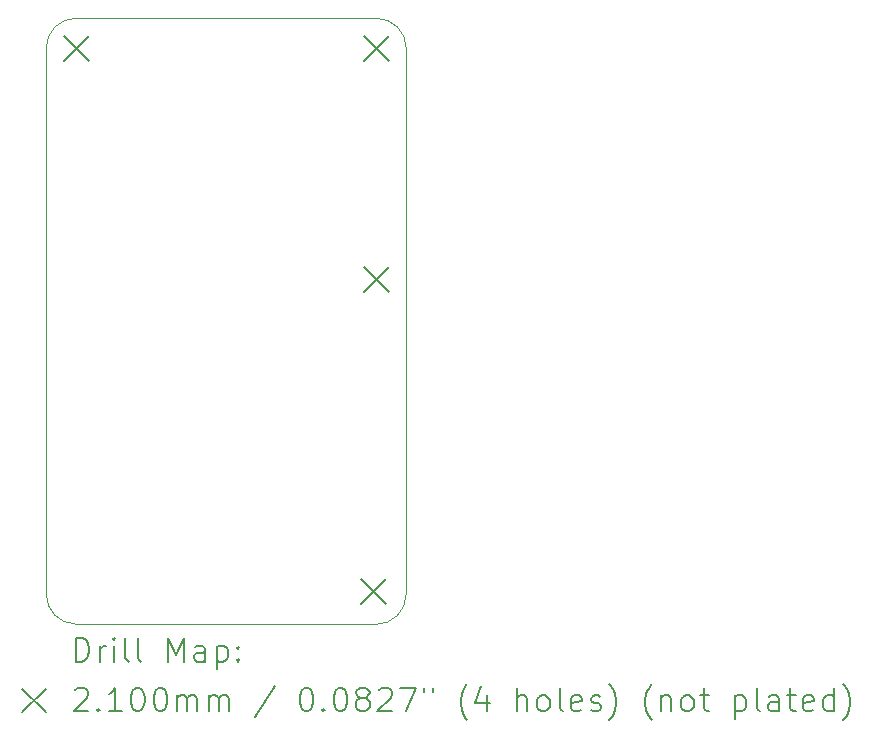
<source format=gbr>
%FSLAX45Y45*%
G04 Gerber Fmt 4.5, Leading zero omitted, Abs format (unit mm)*
G04 Created by KiCad (PCBNEW (6.0.0)) date 2022-02-23 23:53:31*
%MOMM*%
%LPD*%
G01*
G04 APERTURE LIST*
%TA.AperFunction,Profile*%
%ADD10C,0.100000*%
%TD*%
%ADD11C,0.200000*%
%ADD12C,0.210000*%
G04 APERTURE END LIST*
D10*
X17221200Y-14122400D02*
G75*
G03*
X16967200Y-13868400I-254000J0D01*
G01*
X14427200Y-18999200D02*
X16967200Y-19001005D01*
X14427200Y-13868400D02*
G75*
G03*
X14173200Y-14122400I0J-254000D01*
G01*
X17221200Y-18745200D02*
X17221200Y-14122400D01*
X16967200Y-19001005D02*
G75*
G03*
X17221200Y-18747005I0J254000D01*
G01*
X14173200Y-14122400D02*
X14173200Y-18745200D01*
X16967200Y-13868400D02*
X14427200Y-13868400D01*
X14173200Y-18745200D02*
G75*
G03*
X14427200Y-18999200I254000J0D01*
G01*
D11*
D12*
X14322200Y-14017400D02*
X14532200Y-14227400D01*
X14532200Y-14017400D02*
X14322200Y-14227400D01*
X16836800Y-18614800D02*
X17046800Y-18824800D01*
X17046800Y-18614800D02*
X16836800Y-18824800D01*
X16862200Y-14017400D02*
X17072200Y-14227400D01*
X17072200Y-14017400D02*
X16862200Y-14227400D01*
X16862200Y-15973200D02*
X17072200Y-16183200D01*
X17072200Y-15973200D02*
X16862200Y-16183200D01*
D11*
X14425819Y-19316481D02*
X14425819Y-19116481D01*
X14473438Y-19116481D01*
X14502009Y-19126005D01*
X14521057Y-19145053D01*
X14530581Y-19164100D01*
X14540105Y-19202196D01*
X14540105Y-19230767D01*
X14530581Y-19268862D01*
X14521057Y-19287910D01*
X14502009Y-19306957D01*
X14473438Y-19316481D01*
X14425819Y-19316481D01*
X14625819Y-19316481D02*
X14625819Y-19183148D01*
X14625819Y-19221243D02*
X14635343Y-19202196D01*
X14644867Y-19192672D01*
X14663914Y-19183148D01*
X14682962Y-19183148D01*
X14749628Y-19316481D02*
X14749628Y-19183148D01*
X14749628Y-19116481D02*
X14740105Y-19126005D01*
X14749628Y-19135529D01*
X14759152Y-19126005D01*
X14749628Y-19116481D01*
X14749628Y-19135529D01*
X14873438Y-19316481D02*
X14854390Y-19306957D01*
X14844867Y-19287910D01*
X14844867Y-19116481D01*
X14978200Y-19316481D02*
X14959152Y-19306957D01*
X14949628Y-19287910D01*
X14949628Y-19116481D01*
X15206771Y-19316481D02*
X15206771Y-19116481D01*
X15273438Y-19259338D01*
X15340105Y-19116481D01*
X15340105Y-19316481D01*
X15521057Y-19316481D02*
X15521057Y-19211719D01*
X15511533Y-19192672D01*
X15492486Y-19183148D01*
X15454390Y-19183148D01*
X15435343Y-19192672D01*
X15521057Y-19306957D02*
X15502009Y-19316481D01*
X15454390Y-19316481D01*
X15435343Y-19306957D01*
X15425819Y-19287910D01*
X15425819Y-19268862D01*
X15435343Y-19249815D01*
X15454390Y-19240291D01*
X15502009Y-19240291D01*
X15521057Y-19230767D01*
X15616295Y-19183148D02*
X15616295Y-19383148D01*
X15616295Y-19192672D02*
X15635343Y-19183148D01*
X15673438Y-19183148D01*
X15692486Y-19192672D01*
X15702009Y-19202196D01*
X15711533Y-19221243D01*
X15711533Y-19278386D01*
X15702009Y-19297434D01*
X15692486Y-19306957D01*
X15673438Y-19316481D01*
X15635343Y-19316481D01*
X15616295Y-19306957D01*
X15797248Y-19297434D02*
X15806771Y-19306957D01*
X15797248Y-19316481D01*
X15787724Y-19306957D01*
X15797248Y-19297434D01*
X15797248Y-19316481D01*
X15797248Y-19192672D02*
X15806771Y-19202196D01*
X15797248Y-19211719D01*
X15787724Y-19202196D01*
X15797248Y-19192672D01*
X15797248Y-19211719D01*
X13968200Y-19546005D02*
X14168200Y-19746005D01*
X14168200Y-19546005D02*
X13968200Y-19746005D01*
X14416295Y-19555529D02*
X14425819Y-19546005D01*
X14444867Y-19536481D01*
X14492486Y-19536481D01*
X14511533Y-19546005D01*
X14521057Y-19555529D01*
X14530581Y-19574577D01*
X14530581Y-19593624D01*
X14521057Y-19622196D01*
X14406771Y-19736481D01*
X14530581Y-19736481D01*
X14616295Y-19717434D02*
X14625819Y-19726957D01*
X14616295Y-19736481D01*
X14606771Y-19726957D01*
X14616295Y-19717434D01*
X14616295Y-19736481D01*
X14816295Y-19736481D02*
X14702009Y-19736481D01*
X14759152Y-19736481D02*
X14759152Y-19536481D01*
X14740105Y-19565053D01*
X14721057Y-19584100D01*
X14702009Y-19593624D01*
X14940105Y-19536481D02*
X14959152Y-19536481D01*
X14978200Y-19546005D01*
X14987724Y-19555529D01*
X14997248Y-19574577D01*
X15006771Y-19612672D01*
X15006771Y-19660291D01*
X14997248Y-19698386D01*
X14987724Y-19717434D01*
X14978200Y-19726957D01*
X14959152Y-19736481D01*
X14940105Y-19736481D01*
X14921057Y-19726957D01*
X14911533Y-19717434D01*
X14902009Y-19698386D01*
X14892486Y-19660291D01*
X14892486Y-19612672D01*
X14902009Y-19574577D01*
X14911533Y-19555529D01*
X14921057Y-19546005D01*
X14940105Y-19536481D01*
X15130581Y-19536481D02*
X15149628Y-19536481D01*
X15168676Y-19546005D01*
X15178200Y-19555529D01*
X15187724Y-19574577D01*
X15197248Y-19612672D01*
X15197248Y-19660291D01*
X15187724Y-19698386D01*
X15178200Y-19717434D01*
X15168676Y-19726957D01*
X15149628Y-19736481D01*
X15130581Y-19736481D01*
X15111533Y-19726957D01*
X15102009Y-19717434D01*
X15092486Y-19698386D01*
X15082962Y-19660291D01*
X15082962Y-19612672D01*
X15092486Y-19574577D01*
X15102009Y-19555529D01*
X15111533Y-19546005D01*
X15130581Y-19536481D01*
X15282962Y-19736481D02*
X15282962Y-19603148D01*
X15282962Y-19622196D02*
X15292486Y-19612672D01*
X15311533Y-19603148D01*
X15340105Y-19603148D01*
X15359152Y-19612672D01*
X15368676Y-19631719D01*
X15368676Y-19736481D01*
X15368676Y-19631719D02*
X15378200Y-19612672D01*
X15397248Y-19603148D01*
X15425819Y-19603148D01*
X15444867Y-19612672D01*
X15454390Y-19631719D01*
X15454390Y-19736481D01*
X15549628Y-19736481D02*
X15549628Y-19603148D01*
X15549628Y-19622196D02*
X15559152Y-19612672D01*
X15578200Y-19603148D01*
X15606771Y-19603148D01*
X15625819Y-19612672D01*
X15635343Y-19631719D01*
X15635343Y-19736481D01*
X15635343Y-19631719D02*
X15644867Y-19612672D01*
X15663914Y-19603148D01*
X15692486Y-19603148D01*
X15711533Y-19612672D01*
X15721057Y-19631719D01*
X15721057Y-19736481D01*
X16111533Y-19526957D02*
X15940105Y-19784100D01*
X16368676Y-19536481D02*
X16387724Y-19536481D01*
X16406771Y-19546005D01*
X16416295Y-19555529D01*
X16425819Y-19574577D01*
X16435343Y-19612672D01*
X16435343Y-19660291D01*
X16425819Y-19698386D01*
X16416295Y-19717434D01*
X16406771Y-19726957D01*
X16387724Y-19736481D01*
X16368676Y-19736481D01*
X16349628Y-19726957D01*
X16340105Y-19717434D01*
X16330581Y-19698386D01*
X16321057Y-19660291D01*
X16321057Y-19612672D01*
X16330581Y-19574577D01*
X16340105Y-19555529D01*
X16349628Y-19546005D01*
X16368676Y-19536481D01*
X16521057Y-19717434D02*
X16530581Y-19726957D01*
X16521057Y-19736481D01*
X16511533Y-19726957D01*
X16521057Y-19717434D01*
X16521057Y-19736481D01*
X16654390Y-19536481D02*
X16673438Y-19536481D01*
X16692486Y-19546005D01*
X16702009Y-19555529D01*
X16711533Y-19574577D01*
X16721057Y-19612672D01*
X16721057Y-19660291D01*
X16711533Y-19698386D01*
X16702009Y-19717434D01*
X16692486Y-19726957D01*
X16673438Y-19736481D01*
X16654390Y-19736481D01*
X16635343Y-19726957D01*
X16625819Y-19717434D01*
X16616295Y-19698386D01*
X16606771Y-19660291D01*
X16606771Y-19612672D01*
X16616295Y-19574577D01*
X16625819Y-19555529D01*
X16635343Y-19546005D01*
X16654390Y-19536481D01*
X16835343Y-19622196D02*
X16816295Y-19612672D01*
X16806771Y-19603148D01*
X16797248Y-19584100D01*
X16797248Y-19574577D01*
X16806771Y-19555529D01*
X16816295Y-19546005D01*
X16835343Y-19536481D01*
X16873438Y-19536481D01*
X16892486Y-19546005D01*
X16902010Y-19555529D01*
X16911533Y-19574577D01*
X16911533Y-19584100D01*
X16902010Y-19603148D01*
X16892486Y-19612672D01*
X16873438Y-19622196D01*
X16835343Y-19622196D01*
X16816295Y-19631719D01*
X16806771Y-19641243D01*
X16797248Y-19660291D01*
X16797248Y-19698386D01*
X16806771Y-19717434D01*
X16816295Y-19726957D01*
X16835343Y-19736481D01*
X16873438Y-19736481D01*
X16892486Y-19726957D01*
X16902010Y-19717434D01*
X16911533Y-19698386D01*
X16911533Y-19660291D01*
X16902010Y-19641243D01*
X16892486Y-19631719D01*
X16873438Y-19622196D01*
X16987724Y-19555529D02*
X16997248Y-19546005D01*
X17016295Y-19536481D01*
X17063914Y-19536481D01*
X17082962Y-19546005D01*
X17092486Y-19555529D01*
X17102010Y-19574577D01*
X17102010Y-19593624D01*
X17092486Y-19622196D01*
X16978200Y-19736481D01*
X17102010Y-19736481D01*
X17168676Y-19536481D02*
X17302010Y-19536481D01*
X17216295Y-19736481D01*
X17368676Y-19536481D02*
X17368676Y-19574577D01*
X17444867Y-19536481D02*
X17444867Y-19574577D01*
X17740105Y-19812672D02*
X17730581Y-19803148D01*
X17711533Y-19774577D01*
X17702010Y-19755529D01*
X17692486Y-19726957D01*
X17682962Y-19679338D01*
X17682962Y-19641243D01*
X17692486Y-19593624D01*
X17702010Y-19565053D01*
X17711533Y-19546005D01*
X17730581Y-19517434D01*
X17740105Y-19507910D01*
X17902010Y-19603148D02*
X17902010Y-19736481D01*
X17854390Y-19526957D02*
X17806771Y-19669815D01*
X17930581Y-19669815D01*
X18159152Y-19736481D02*
X18159152Y-19536481D01*
X18244867Y-19736481D02*
X18244867Y-19631719D01*
X18235343Y-19612672D01*
X18216295Y-19603148D01*
X18187724Y-19603148D01*
X18168676Y-19612672D01*
X18159152Y-19622196D01*
X18368676Y-19736481D02*
X18349629Y-19726957D01*
X18340105Y-19717434D01*
X18330581Y-19698386D01*
X18330581Y-19641243D01*
X18340105Y-19622196D01*
X18349629Y-19612672D01*
X18368676Y-19603148D01*
X18397248Y-19603148D01*
X18416295Y-19612672D01*
X18425819Y-19622196D01*
X18435343Y-19641243D01*
X18435343Y-19698386D01*
X18425819Y-19717434D01*
X18416295Y-19726957D01*
X18397248Y-19736481D01*
X18368676Y-19736481D01*
X18549629Y-19736481D02*
X18530581Y-19726957D01*
X18521057Y-19707910D01*
X18521057Y-19536481D01*
X18702010Y-19726957D02*
X18682962Y-19736481D01*
X18644867Y-19736481D01*
X18625819Y-19726957D01*
X18616295Y-19707910D01*
X18616295Y-19631719D01*
X18625819Y-19612672D01*
X18644867Y-19603148D01*
X18682962Y-19603148D01*
X18702010Y-19612672D01*
X18711533Y-19631719D01*
X18711533Y-19650767D01*
X18616295Y-19669815D01*
X18787724Y-19726957D02*
X18806771Y-19736481D01*
X18844867Y-19736481D01*
X18863914Y-19726957D01*
X18873438Y-19707910D01*
X18873438Y-19698386D01*
X18863914Y-19679338D01*
X18844867Y-19669815D01*
X18816295Y-19669815D01*
X18797248Y-19660291D01*
X18787724Y-19641243D01*
X18787724Y-19631719D01*
X18797248Y-19612672D01*
X18816295Y-19603148D01*
X18844867Y-19603148D01*
X18863914Y-19612672D01*
X18940105Y-19812672D02*
X18949629Y-19803148D01*
X18968676Y-19774577D01*
X18978200Y-19755529D01*
X18987724Y-19726957D01*
X18997248Y-19679338D01*
X18997248Y-19641243D01*
X18987724Y-19593624D01*
X18978200Y-19565053D01*
X18968676Y-19546005D01*
X18949629Y-19517434D01*
X18940105Y-19507910D01*
X19302010Y-19812672D02*
X19292486Y-19803148D01*
X19273438Y-19774577D01*
X19263914Y-19755529D01*
X19254390Y-19726957D01*
X19244867Y-19679338D01*
X19244867Y-19641243D01*
X19254390Y-19593624D01*
X19263914Y-19565053D01*
X19273438Y-19546005D01*
X19292486Y-19517434D01*
X19302010Y-19507910D01*
X19378200Y-19603148D02*
X19378200Y-19736481D01*
X19378200Y-19622196D02*
X19387724Y-19612672D01*
X19406771Y-19603148D01*
X19435343Y-19603148D01*
X19454390Y-19612672D01*
X19463914Y-19631719D01*
X19463914Y-19736481D01*
X19587724Y-19736481D02*
X19568676Y-19726957D01*
X19559152Y-19717434D01*
X19549629Y-19698386D01*
X19549629Y-19641243D01*
X19559152Y-19622196D01*
X19568676Y-19612672D01*
X19587724Y-19603148D01*
X19616295Y-19603148D01*
X19635343Y-19612672D01*
X19644867Y-19622196D01*
X19654390Y-19641243D01*
X19654390Y-19698386D01*
X19644867Y-19717434D01*
X19635343Y-19726957D01*
X19616295Y-19736481D01*
X19587724Y-19736481D01*
X19711533Y-19603148D02*
X19787724Y-19603148D01*
X19740105Y-19536481D02*
X19740105Y-19707910D01*
X19749629Y-19726957D01*
X19768676Y-19736481D01*
X19787724Y-19736481D01*
X20006771Y-19603148D02*
X20006771Y-19803148D01*
X20006771Y-19612672D02*
X20025819Y-19603148D01*
X20063914Y-19603148D01*
X20082962Y-19612672D01*
X20092486Y-19622196D01*
X20102010Y-19641243D01*
X20102010Y-19698386D01*
X20092486Y-19717434D01*
X20082962Y-19726957D01*
X20063914Y-19736481D01*
X20025819Y-19736481D01*
X20006771Y-19726957D01*
X20216295Y-19736481D02*
X20197248Y-19726957D01*
X20187724Y-19707910D01*
X20187724Y-19536481D01*
X20378200Y-19736481D02*
X20378200Y-19631719D01*
X20368676Y-19612672D01*
X20349629Y-19603148D01*
X20311533Y-19603148D01*
X20292486Y-19612672D01*
X20378200Y-19726957D02*
X20359152Y-19736481D01*
X20311533Y-19736481D01*
X20292486Y-19726957D01*
X20282962Y-19707910D01*
X20282962Y-19688862D01*
X20292486Y-19669815D01*
X20311533Y-19660291D01*
X20359152Y-19660291D01*
X20378200Y-19650767D01*
X20444867Y-19603148D02*
X20521057Y-19603148D01*
X20473438Y-19536481D02*
X20473438Y-19707910D01*
X20482962Y-19726957D01*
X20502010Y-19736481D01*
X20521057Y-19736481D01*
X20663914Y-19726957D02*
X20644867Y-19736481D01*
X20606771Y-19736481D01*
X20587724Y-19726957D01*
X20578200Y-19707910D01*
X20578200Y-19631719D01*
X20587724Y-19612672D01*
X20606771Y-19603148D01*
X20644867Y-19603148D01*
X20663914Y-19612672D01*
X20673438Y-19631719D01*
X20673438Y-19650767D01*
X20578200Y-19669815D01*
X20844867Y-19736481D02*
X20844867Y-19536481D01*
X20844867Y-19726957D02*
X20825819Y-19736481D01*
X20787724Y-19736481D01*
X20768676Y-19726957D01*
X20759152Y-19717434D01*
X20749629Y-19698386D01*
X20749629Y-19641243D01*
X20759152Y-19622196D01*
X20768676Y-19612672D01*
X20787724Y-19603148D01*
X20825819Y-19603148D01*
X20844867Y-19612672D01*
X20921057Y-19812672D02*
X20930581Y-19803148D01*
X20949629Y-19774577D01*
X20959152Y-19755529D01*
X20968676Y-19726957D01*
X20978200Y-19679338D01*
X20978200Y-19641243D01*
X20968676Y-19593624D01*
X20959152Y-19565053D01*
X20949629Y-19546005D01*
X20930581Y-19517434D01*
X20921057Y-19507910D01*
M02*

</source>
